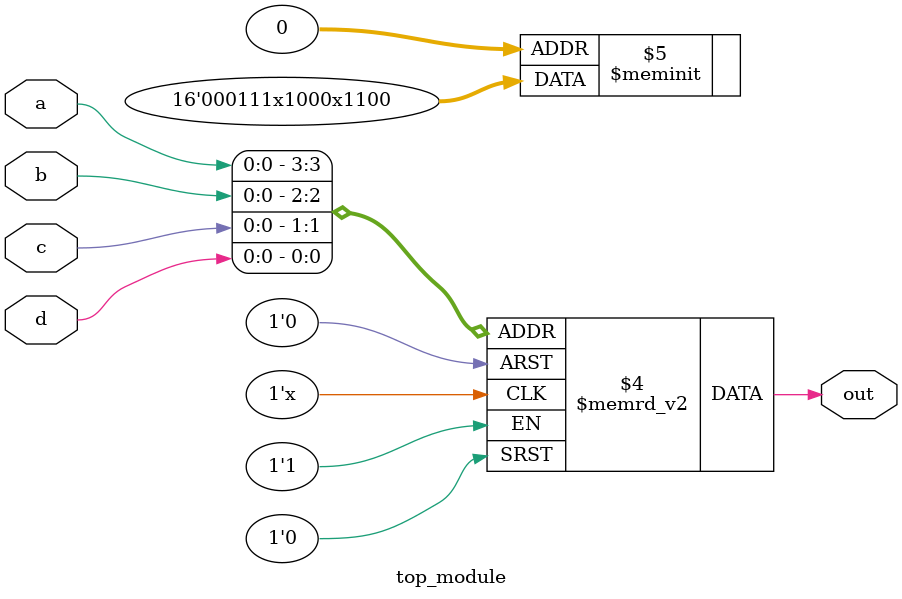
<source format=sv>
module top_module (
    input a,
    input b,
    input c,
    input d,
    output reg out
);

always @(*) begin
    case ({a, b, c, d})
        4'b0000: out = 1'b0;
        4'b0001: out = 1'b0;
        4'b0010: out = 1'b1;
        4'b0011: out = 1'b1;
        4'b0100: out = 1'bx;
        4'b0101: out = 1'b0;
        4'b0110: out = 1'b0;
        4'b0111: out = 1'b0;
        4'b1000: out = 1'b1;
        4'b1001: out = 1'bx;
        4'b1010: out = 1'b1;
        4'b1011: out = 1'b1;
        4'b1100: out = 1'b1;
        default: out = 1'b0;
    endcase
end

endmodule

</source>
